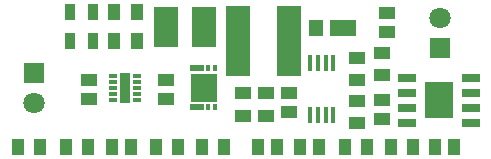
<source format=gbr>
%TF.GenerationSoftware,KiCad,Pcbnew,(6.0.2)*%
%TF.CreationDate,2022-03-10T12:52:18+01:00*%
%TF.ProjectId,SolarCharger,536f6c61-7243-4686-9172-6765722e6b69,rev?*%
%TF.SameCoordinates,Original*%
%TF.FileFunction,Soldermask,Top*%
%TF.FilePolarity,Negative*%
%FSLAX46Y46*%
G04 Gerber Fmt 4.6, Leading zero omitted, Abs format (unit mm)*
G04 Created by KiCad (PCBNEW (6.0.2)) date 2022-03-10 12:52:18*
%MOMM*%
%LPD*%
G01*
G04 APERTURE LIST*
%ADD10R,1.000000X1.450000*%
%ADD11R,1.470000X1.020000*%
%ADD12R,1.020000X1.470000*%
%ADD13R,2.300000X1.400000*%
%ADD14R,1.250000X1.400000*%
%ADD15R,2.000000X3.500000*%
%ADD16R,0.700000X0.300000*%
%ADD17R,0.940000X2.500000*%
%ADD18R,1.200000X0.500000*%
%ADD19R,0.400000X0.500000*%
%ADD20R,2.210000X2.400000*%
%ADD21R,0.450000X1.400000*%
%ADD22R,1.525000X0.650000*%
%ADD23R,2.400000X3.100000*%
%ADD24R,1.800000X1.800000*%
%ADD25C,1.800000*%
%ADD26R,2.010000X6.000000*%
%ADD27R,0.900000X1.400000*%
%ADD28R,1.450000X1.000000*%
G04 APERTURE END LIST*
D10*
%TO.C,R6*%
X94750000Y-53700000D03*
X92850000Y-53700000D03*
%TD*%
D11*
%TO.C,C1*%
X87200000Y-48100000D03*
X87200000Y-49700000D03*
%TD*%
D12*
%TO.C,C2*%
X89180000Y-53700000D03*
X90780000Y-53700000D03*
%TD*%
D11*
%TO.C,C3*%
X93720000Y-48100000D03*
X93720000Y-49700000D03*
%TD*%
D12*
%TO.C,C4*%
X103100000Y-53700000D03*
X101500000Y-53700000D03*
%TD*%
%TO.C,C5*%
X105100000Y-53700000D03*
X106700000Y-53700000D03*
%TD*%
D11*
%TO.C,C6*%
X112000000Y-51400000D03*
X112000000Y-49800000D03*
%TD*%
%TO.C,C7*%
X104140000Y-49190000D03*
X104140000Y-50790000D03*
%TD*%
D12*
%TO.C,C8*%
X116500000Y-53700000D03*
X118100000Y-53700000D03*
%TD*%
D11*
%TO.C,C9*%
X112400000Y-44000000D03*
X112400000Y-42400000D03*
%TD*%
D13*
%TO.C,D1*%
X108700000Y-43700000D03*
D14*
X106375000Y-43700000D03*
%TD*%
D15*
%TO.C,H1*%
X96900000Y-43600000D03*
%TD*%
%TO.C,H2*%
X93700000Y-43600000D03*
%TD*%
D16*
%TO.C,IC1*%
X89250000Y-47767500D03*
X89250000Y-48267500D03*
X89250000Y-48767500D03*
X89250000Y-49267500D03*
X89250000Y-49767500D03*
X91250000Y-49767500D03*
X91250000Y-49267500D03*
X91250000Y-48767500D03*
X91250000Y-48267500D03*
X91250000Y-47767500D03*
D17*
X90250000Y-48767500D03*
%TD*%
D18*
%TO.C,IC2*%
X96350000Y-50380000D03*
D19*
X97300000Y-50380000D03*
X97850000Y-50380000D03*
X97850000Y-47080000D03*
X97300000Y-47080000D03*
D18*
X96350000Y-47080000D03*
D20*
X96900000Y-48730000D03*
%TD*%
D21*
%TO.C,IC3*%
X107875000Y-46600000D03*
X107225000Y-46600000D03*
X106575000Y-46600000D03*
X105925000Y-46600000D03*
X105925000Y-51000000D03*
X106575000Y-51000000D03*
X107225000Y-51000000D03*
X107875000Y-51000000D03*
%TD*%
D22*
%TO.C,IC4*%
X114088000Y-47895000D03*
X114088000Y-49165000D03*
X114088000Y-50435000D03*
X114088000Y-51705000D03*
X119512000Y-51705000D03*
X119512000Y-50435000D03*
X119512000Y-49165000D03*
X119512000Y-47895000D03*
D23*
X116800000Y-49800000D03*
%TD*%
D24*
%TO.C,J1*%
X82500000Y-47460000D03*
D25*
X82500000Y-50000000D03*
%TD*%
D24*
%TO.C,J2*%
X116900000Y-45400000D03*
D25*
X116900000Y-42860000D03*
%TD*%
D26*
%TO.C,L1*%
X104150000Y-44800000D03*
X99850000Y-44800000D03*
%TD*%
D27*
%TO.C,LED1*%
X85600000Y-44800000D03*
X87500000Y-44800000D03*
%TD*%
%TO.C,LED2*%
X85600000Y-42300000D03*
X87500000Y-42300000D03*
%TD*%
D10*
%TO.C,R1*%
X81150000Y-53700000D03*
X83050000Y-53700000D03*
%TD*%
%TO.C,R2*%
X85210000Y-53700000D03*
X87110000Y-53700000D03*
%TD*%
%TO.C,R3*%
X98650000Y-53700000D03*
X96750000Y-53700000D03*
%TD*%
%TO.C,R4*%
X91250000Y-44800000D03*
X89350000Y-44800000D03*
%TD*%
%TO.C,R5*%
X91250000Y-42300000D03*
X89350000Y-42300000D03*
%TD*%
D28*
%TO.C,R7*%
X102220000Y-49200000D03*
X102220000Y-51100000D03*
%TD*%
%TO.C,R8*%
X100200000Y-49200000D03*
X100200000Y-51100000D03*
%TD*%
%TO.C,R9*%
X109900000Y-46200000D03*
X109900000Y-48100000D03*
%TD*%
%TO.C,R10*%
X109900000Y-51750000D03*
X109900000Y-49850000D03*
%TD*%
D10*
%TO.C,R11*%
X108850000Y-53700000D03*
X110750000Y-53700000D03*
%TD*%
D28*
%TO.C,R12*%
X112000000Y-45750000D03*
X112000000Y-47650000D03*
%TD*%
D10*
%TO.C,R13*%
X114650000Y-53700000D03*
X112750000Y-53700000D03*
%TD*%
M02*

</source>
